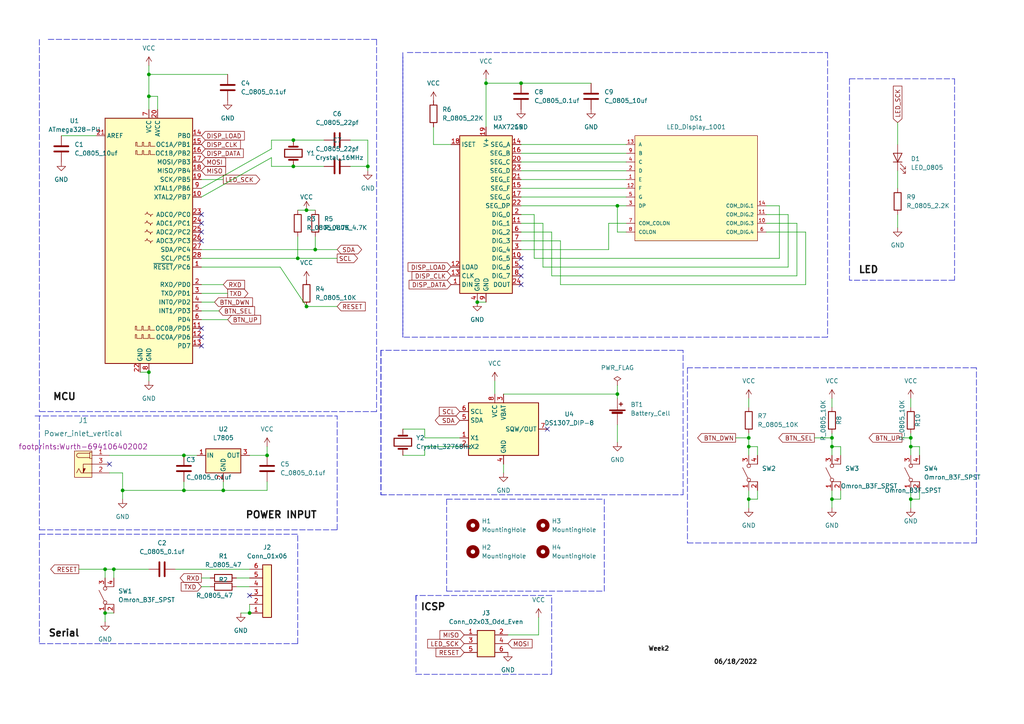
<source format=kicad_sch>
(kicad_sch (version 20211123) (generator eeschema)
  (paper "A4")
  (junction (at 241.3 129.54))
  (junction (at 217.17 144.78))
  (junction (at 179.07 114.3))
  (junction (at 264.16 129.54))
  (junction (at 86.36 74.93))
  (junction (at 140.97 24.13))
  (junction (at 30.48 165.1))
  (junction (at 91.44 72.39))
  (junction (at 77.47 132.08))
  (junction (at 217.17 129.54))
  (junction (at 264.16 144.78))
  (junction (at 35.56 142.24))
  (junction (at 43.18 27.94))
  (junction (at 241.3 127))
  (junction (at 85.09 40.64))
  (junction (at 64.77 142.24))
  (junction (at 53.34 142.24))
  (junction (at 53.34 132.08))
  (junction (at 179.07 59.69))
  (junction (at 43.18 21.59))
  (junction (at 33.02 165.1))
  (junction (at 106.68 48.26))
  (junction (at 151.13 24.13))
  (junction (at 43.18 107.95))
  (junction (at 88.9 60.96))
  (junction (at 72.39 177.8))
  (junction (at 88.9 88.9))
  (junction (at 30.48 177.8))
  (junction (at 138.43 87.63))
  (junction (at 85.09 48.26))
  (junction (at 217.17 127))
  (junction (at 264.16 127))
  (junction (at 241.3 144.78))
  (no_connect (at 58.42 64.77))
  (no_connect (at 31.75 134.62))
  (no_connect (at 72.39 172.72))
  (no_connect (at 151.13 82.55))
  (no_connect (at 58.42 100.33))
  (no_connect (at 151.13 77.47))
  (no_connect (at 58.42 69.85))
  (no_connect (at 151.13 80.01))
  (no_connect (at 58.42 97.79))
  (no_connect (at 151.13 74.93))
  (no_connect (at 158.75 124.46))
  (no_connect (at 58.42 62.23))
  (no_connect (at 58.42 67.31))
  (no_connect (at 58.42 95.25))
  (wire (pts (xy 53.34 132.08) (xy 57.15 132.08)))
  (wire (pts (xy 151.13 54.61) (xy 181.61 54.61)))
  (wire (pts (xy 260.35 66.04) (xy 260.35 62.23)))
  (wire (pts (xy 88.9 60.96) (xy 91.44 60.96)))
  (wire (pts (xy 151.13 46.99) (xy 181.61 46.99)))
  (polyline (pts (xy 118.11 15.24) (xy 240.03 15.24)))
  (wire (pts (xy 222.25 67.31) (xy 233.68 67.31)))
  (polyline (pts (xy 11.43 11.43) (xy 11.43 119.38)))
  (wire (pts (xy 151.13 24.13) (xy 171.45 24.13)))
  (polyline (pts (xy 120.65 172.72) (xy 120.65 195.58)))
  (wire (pts (xy 64.77 142.24) (xy 64.77 139.7)))
  (wire (pts (xy 30.48 180.34) (xy 30.48 177.8)))
  (wire (pts (xy 151.13 59.69) (xy 179.07 59.69)))
  (wire (pts (xy 260.35 54.61) (xy 260.35 49.53)))
  (wire (pts (xy 66.04 85.09) (xy 58.42 85.09)))
  (wire (pts (xy 30.48 177.8) (xy 33.02 177.8)))
  (polyline (pts (xy 129.54 171.45) (xy 175.26 171.45)))
  (wire (pts (xy 72.39 175.26) (xy 72.39 177.8)))
  (wire (pts (xy 123.19 132.08) (xy 123.19 129.54)))
  (wire (pts (xy 31.75 137.16) (xy 35.56 137.16)))
  (wire (pts (xy 43.18 27.94) (xy 43.18 31.75)))
  (polyline (pts (xy 198.12 143.51) (xy 198.12 101.6)))
  (wire (pts (xy 86.36 68.58) (xy 86.36 74.93)))
  (wire (pts (xy 266.7 144.78) (xy 264.16 144.78)))
  (wire (pts (xy 125.73 41.91) (xy 130.81 41.91)))
  (wire (pts (xy 77.47 129.54) (xy 77.47 132.08)))
  (wire (pts (xy 219.71 129.54) (xy 217.17 129.54)))
  (polyline (pts (xy 11.43 120.65) (xy 11.43 153.67)))
  (wire (pts (xy 30.48 165.1) (xy 33.02 165.1)))
  (wire (pts (xy 40.64 107.95) (xy 43.18 107.95)))
  (wire (pts (xy 179.07 111.76) (xy 179.07 114.3)))
  (wire (pts (xy 217.17 144.78) (xy 217.17 142.24)))
  (wire (pts (xy 143.51 110.49) (xy 143.51 114.3)))
  (wire (pts (xy 78.74 43.18) (xy 78.74 40.64)))
  (wire (pts (xy 217.17 115.57) (xy 217.17 118.11)))
  (wire (pts (xy 266.7 142.24) (xy 266.7 144.78)))
  (wire (pts (xy 160.02 80.01) (xy 160.02 67.31)))
  (polyline (pts (xy 110.49 101.6) (xy 110.49 143.51)))
  (wire (pts (xy 233.68 67.31) (xy 233.68 82.55)))
  (wire (pts (xy 58.42 167.64) (xy 60.96 167.64)))
  (polyline (pts (xy 276.86 81.28) (xy 246.38 81.28)))
  (wire (pts (xy 264.16 129.54) (xy 264.16 127)))
  (wire (pts (xy 140.97 22.86) (xy 140.97 24.13)))
  (wire (pts (xy 233.68 82.55) (xy 162.56 82.55)))
  (wire (pts (xy 219.71 142.24) (xy 219.71 144.78)))
  (wire (pts (xy 264.16 115.57) (xy 264.16 118.11)))
  (wire (pts (xy 243.84 132.08) (xy 243.84 129.54)))
  (wire (pts (xy 58.42 170.18) (xy 60.96 170.18)))
  (wire (pts (xy 241.3 129.54) (xy 243.84 129.54)))
  (wire (pts (xy 123.19 129.54) (xy 133.35 129.54)))
  (wire (pts (xy 217.17 129.54) (xy 217.17 127)))
  (wire (pts (xy 43.18 21.59) (xy 66.04 21.59)))
  (wire (pts (xy 176.53 72.39) (xy 151.13 72.39)))
  (wire (pts (xy 58.42 77.47) (xy 81.28 77.47)))
  (wire (pts (xy 151.13 41.91) (xy 181.61 41.91)))
  (wire (pts (xy 260.35 35.56) (xy 260.35 41.91)))
  (wire (pts (xy 33.02 165.1) (xy 43.18 165.1)))
  (wire (pts (xy 58.42 72.39) (xy 91.44 72.39)))
  (polyline (pts (xy 283.21 157.48) (xy 283.21 106.68)))
  (wire (pts (xy 123.19 127) (xy 133.35 127)))
  (wire (pts (xy 243.84 144.78) (xy 241.3 144.78)))
  (wire (pts (xy 22.86 165.1) (xy 30.48 165.1)))
  (wire (pts (xy 116.84 132.08) (xy 123.19 132.08)))
  (wire (pts (xy 30.48 167.64) (xy 30.48 165.1)))
  (wire (pts (xy 162.56 82.55) (xy 162.56 69.85)))
  (wire (pts (xy 146.05 114.3) (xy 179.07 114.3)))
  (wire (pts (xy 236.22 127) (xy 241.3 127)))
  (wire (pts (xy 179.07 128.27) (xy 179.07 123.19)))
  (polyline (pts (xy 240.03 15.24) (xy 240.03 97.79)))
  (wire (pts (xy 217.17 147.32) (xy 217.17 144.78)))
  (wire (pts (xy 125.73 36.83) (xy 125.73 41.91)))
  (wire (pts (xy 264.16 144.78) (xy 264.16 142.24)))
  (wire (pts (xy 101.6 40.64) (xy 106.68 40.64)))
  (wire (pts (xy 138.43 87.63) (xy 140.97 87.63)))
  (wire (pts (xy 181.61 64.77) (xy 176.53 64.77)))
  (wire (pts (xy 217.17 132.08) (xy 217.17 129.54)))
  (wire (pts (xy 53.34 142.24) (xy 64.77 142.24)))
  (wire (pts (xy 241.3 132.08) (xy 241.3 129.54)))
  (wire (pts (xy 241.3 115.57) (xy 241.3 118.11)))
  (polyline (pts (xy 198.12 101.6) (xy 110.49 101.6)))
  (wire (pts (xy 222.25 59.69) (xy 226.06 59.69)))
  (wire (pts (xy 78.74 48.26) (xy 85.09 48.26)))
  (wire (pts (xy 241.3 129.54) (xy 241.3 127)))
  (polyline (pts (xy 246.38 22.86) (xy 246.38 81.28)))
  (wire (pts (xy 31.75 132.08) (xy 53.34 132.08)))
  (wire (pts (xy 179.07 114.3) (xy 179.07 115.57)))
  (wire (pts (xy 266.7 132.08) (xy 266.7 129.54)))
  (wire (pts (xy 64.77 142.24) (xy 77.47 142.24)))
  (wire (pts (xy 154.94 74.93) (xy 154.94 62.23)))
  (wire (pts (xy 181.61 67.31) (xy 179.07 67.31)))
  (wire (pts (xy 53.34 139.7) (xy 53.34 142.24)))
  (wire (pts (xy 261.62 127) (xy 264.16 127)))
  (wire (pts (xy 219.71 144.78) (xy 217.17 144.78)))
  (polyline (pts (xy 13.97 11.43) (xy 109.22 11.43)))
  (polyline (pts (xy 199.39 106.68) (xy 199.39 157.48)))
  (wire (pts (xy 64.77 82.55) (xy 58.42 82.55)))
  (wire (pts (xy 213.36 127) (xy 217.17 127)))
  (wire (pts (xy 266.7 129.54) (xy 264.16 129.54)))
  (wire (pts (xy 85.09 48.26) (xy 93.98 48.26)))
  (wire (pts (xy 91.44 72.39) (xy 97.79 72.39)))
  (wire (pts (xy 151.13 64.77) (xy 157.48 64.77)))
  (polyline (pts (xy 110.49 101.6) (xy 110.49 143.51)))
  (wire (pts (xy 69.85 177.8) (xy 72.39 177.8)))
  (wire (pts (xy 78.74 40.64) (xy 85.09 40.64)))
  (polyline (pts (xy 120.65 195.58) (xy 160.02 195.58)))
  (wire (pts (xy 17.78 39.37) (xy 27.94 39.37)))
  (wire (pts (xy 68.58 167.64) (xy 72.39 167.64)))
  (wire (pts (xy 116.84 124.46) (xy 123.19 124.46)))
  (wire (pts (xy 78.74 45.72) (xy 78.74 48.26)))
  (wire (pts (xy 147.32 184.15) (xy 156.21 184.15)))
  (wire (pts (xy 226.06 59.69) (xy 226.06 74.93)))
  (wire (pts (xy 241.3 127) (xy 241.3 125.73)))
  (wire (pts (xy 58.42 74.93) (xy 86.36 74.93)))
  (wire (pts (xy 64.77 52.07) (xy 58.42 52.07)))
  (wire (pts (xy 154.94 62.23) (xy 151.13 62.23)))
  (wire (pts (xy 217.17 127) (xy 217.17 125.73)))
  (polyline (pts (xy 116.84 15.24) (xy 116.84 97.79)))
  (wire (pts (xy 43.18 110.49) (xy 43.18 107.95)))
  (wire (pts (xy 106.68 48.26) (xy 106.68 49.53)))
  (wire (pts (xy 35.56 144.78) (xy 35.56 142.24)))
  (polyline (pts (xy 120.65 172.72) (xy 120.65 173.99)))
  (wire (pts (xy 66.04 92.71) (xy 58.42 92.71)))
  (wire (pts (xy 222.25 64.77) (xy 231.14 64.77)))
  (wire (pts (xy 43.18 19.05) (xy 43.18 21.59)))
  (wire (pts (xy 45.72 27.94) (xy 45.72 31.75)))
  (wire (pts (xy 241.3 147.32) (xy 241.3 144.78)))
  (polyline (pts (xy 10.16 120.65) (xy 97.79 120.65)))
  (wire (pts (xy 123.19 124.46) (xy 123.19 127)))
  (wire (pts (xy 156.21 179.07) (xy 156.21 184.15)))
  (wire (pts (xy 43.18 27.94) (xy 45.72 27.94)))
  (wire (pts (xy 231.14 80.01) (xy 160.02 80.01)))
  (polyline (pts (xy 110.49 143.51) (xy 198.12 143.51)))
  (wire (pts (xy 77.47 132.08) (xy 72.39 132.08)))
  (wire (pts (xy 63.5 90.17) (xy 58.42 90.17)))
  (wire (pts (xy 264.16 147.32) (xy 264.16 144.78)))
  (wire (pts (xy 62.23 87.63) (xy 58.42 87.63)))
  (polyline (pts (xy 86.36 186.69) (xy 86.36 154.94)))
  (polyline (pts (xy 110.49 143.51) (xy 111.76 143.51)))
  (polyline (pts (xy 11.43 186.69) (xy 86.36 186.69)))
  (wire (pts (xy 146.05 137.16) (xy 146.05 134.62)))
  (wire (pts (xy 50.8 165.1) (xy 72.39 165.1)))
  (wire (pts (xy 264.16 132.08) (xy 264.16 129.54)))
  (polyline (pts (xy 116.84 16.51) (xy 116.84 97.79)))
  (wire (pts (xy 85.09 40.64) (xy 93.98 40.64)))
  (wire (pts (xy 101.6 48.26) (xy 106.68 48.26)))
  (wire (pts (xy 151.13 44.45) (xy 181.61 44.45)))
  (wire (pts (xy 219.71 132.08) (xy 219.71 129.54)))
  (polyline (pts (xy 129.54 144.78) (xy 175.26 144.78)))
  (wire (pts (xy 106.68 40.64) (xy 106.68 48.26)))
  (wire (pts (xy 228.6 77.47) (xy 228.6 62.23)))
  (polyline (pts (xy 160.02 195.58) (xy 160.02 172.72)))
  (wire (pts (xy 264.16 127) (xy 264.16 125.73)))
  (wire (pts (xy 140.97 24.13) (xy 151.13 24.13)))
  (wire (pts (xy 58.42 57.15) (xy 78.74 45.72)))
  (wire (pts (xy 157.48 77.47) (xy 228.6 77.47)))
  (wire (pts (xy 176.53 64.77) (xy 176.53 72.39)))
  (polyline (pts (xy 199.39 157.48) (xy 283.21 157.48)))
  (wire (pts (xy 151.13 49.53) (xy 181.61 49.53)))
  (polyline (pts (xy 109.22 119.38) (xy 11.43 119.38)))
  (wire (pts (xy 151.13 52.07) (xy 181.61 52.07)))
  (wire (pts (xy 35.56 142.24) (xy 53.34 142.24)))
  (wire (pts (xy 162.56 69.85) (xy 151.13 69.85)))
  (wire (pts (xy 241.3 144.78) (xy 241.3 142.24)))
  (wire (pts (xy 228.6 62.23) (xy 222.25 62.23)))
  (wire (pts (xy 140.97 24.13) (xy 140.97 36.83)))
  (wire (pts (xy 179.07 59.69) (xy 181.61 59.69)))
  (wire (pts (xy 33.02 167.64) (xy 33.02 165.1)))
  (wire (pts (xy 86.36 60.96) (xy 88.9 60.96)))
  (polyline (pts (xy 283.21 106.68) (xy 199.39 106.68)))
  (polyline (pts (xy 129.54 144.78) (xy 129.54 171.45)))
  (polyline (pts (xy 11.43 154.94) (xy 11.43 186.69)))
  (wire (pts (xy 160.02 67.31) (xy 151.13 67.31)))
  (polyline (pts (xy 97.79 153.67) (xy 97.79 120.65)))
  (wire (pts (xy 91.44 68.58) (xy 91.44 72.39)))
  (wire (pts (xy 88.9 88.9) (xy 97.79 88.9)))
  (wire (pts (xy 151.13 57.15) (xy 181.61 57.15)))
  (wire (pts (xy 35.56 137.16) (xy 35.56 142.24)))
  (wire (pts (xy 157.48 64.77) (xy 157.48 77.47)))
  (wire (pts (xy 231.14 64.77) (xy 231.14 80.01)))
  (polyline (pts (xy 160.02 172.72) (xy 120.65 172.72)))
  (polyline (pts (xy 11.43 154.94) (xy 86.36 154.94)))
  (polyline (pts (xy 276.86 22.86) (xy 276.86 81.28)))
  (polyline (pts (xy 246.38 22.86) (xy 276.86 22.86)))
  (polyline (pts (xy 175.26 171.45) (xy 175.26 144.78)))
  (wire (pts (xy 43.18 21.59) (xy 43.18 27.94)))
  (wire (pts (xy 86.36 74.93) (xy 97.79 74.93)))
  (polyline (pts (xy 240.03 97.79) (xy 116.84 97.79)))
  (polyline (pts (xy 11.43 153.67) (xy 97.79 153.67)))
  (wire (pts (xy 77.47 142.24) (xy 77.47 139.7)))
  (wire (pts (xy 243.84 142.24) (xy 243.84 144.78)))
  (wire (pts (xy 88.9 88.9) (xy 81.28 77.47)))
  (wire (pts (xy 226.06 74.93) (xy 154.94 74.93)))
  (wire (pts (xy 179.07 67.31) (xy 179.07 59.69)))
  (polyline (pts (xy 109.22 11.43) (xy 109.22 119.38)))
  (wire (pts (xy 58.42 54.61) (xy 78.74 43.18)))
  (wire (pts (xy 68.58 170.18) (xy 72.39 170.18)))
  (label "Serial" (at 13.97 185.42 0) (effects (font (size 2 2) bold)))
  (label "LED" (at 248.92 80.01 0) (effects (font (size 2 2) bold)))
  (label "06{slash}18{slash}2022" (at 207.01 193.04 0) (effects (font bold)))
  (label "ICSP" (at 121.92 177.8 0) (effects (font (size 2 2) (thickness 0.4) bold)))
  (label "POWER INPUT" (at 71.12 151.13 0) (effects (font (size 2 2) bold)))
  (label "MCU" (at 15.24 116.84 0) (effects (font (size 2 2) (thickness 0.4) bold)))
  (label "Week2" (at 187.96 189.23 0) (effects (font bold)))
  (global_label "LED_SCK" (shape input) (at 260.35 35.56 90) (property "Intersheet References" "${INTERSHEET_REFS}" (effects hide)))
  (global_label "SCL" (shape output) (at 97.79 74.93 0) (property "Intersheet References" "${INTERSHEET_REFS}" (effects hide)))
  (global_label "SDA" (shape bidirectional) (at 97.79 72.39 0) (property "Intersheet References" "${INTERSHEET_REFS}" (effects hide)))
  (global_label "RESET" (shape input) (at 134.62 189.23 180) (property "Intersheet References" "${INTERSHEET_REFS}" (effects hide)))
  (global_label "BTN_DWN" (shape input) (at 62.23 87.63 0) (property "Intersheet References" "${INTERSHEET_REFS}" (effects hide)))
  (global_label "BTN_DWN" (shape output) (at 213.36 127 180) (property "Intersheet References" "${INTERSHEET_REFS}" (effects hide)))
  (global_label "LED_SCK" (shape input) (at 134.62 186.69 180) (property "Intersheet References" "${INTERSHEET_REFS}" (effects hide)))
  (global_label "BTN_UP" (shape output) (at 261.62 127 180) (property "Intersheet References" "${INTERSHEET_REFS}" (effects hide)))
  (global_label "DISP_DATA" (shape input) (at 130.81 82.55 180) (property "Intersheet References" "${INTERSHEET_REFS}" (effects hide)))
  (global_label "TXD" (shape input) (at 58.42 170.18 180) (property "Intersheet References" "${INTERSHEET_REFS}" (effects hide)))
  (global_label "RESET" (shape output) (at 22.86 165.1 180) (property "Intersheet References" "${INTERSHEET_REFS}" (effects hide)))
  (global_label "DISP_LOAD" (shape input) (at 58.42 39.37 0) (property "Intersheet References" "${INTERSHEET_REFS}" (effects hide)))
  (global_label "DISP_DATA" (shape input) (at 58.42 44.45 0) (property "Intersheet References" "${INTERSHEET_REFS}" (effects hide)))
  (global_label "MOSI" (shape input) (at 147.32 186.69 0) (property "Intersheet References" "${INTERSHEET_REFS}" (effects hide)))
  (global_label "BTN_SEL" (shape output) (at 236.22 127 180) (property "Intersheet References" "${INTERSHEET_REFS}" (effects hide)))
  (global_label "SCL" (shape input) (at 133.35 119.38 180) (property "Intersheet References" "${INTERSHEET_REFS}" (effects hide)))
  (global_label "DISP_CLK" (shape input) (at 130.81 80.01 180) (property "Intersheet References" "${INTERSHEET_REFS}" (effects hide)))
  (global_label "LED_SCK" (shape output) (at 64.77 52.07 0) (property "Intersheet References" "${INTERSHEET_REFS}" (effects hide)))
  (global_label "MISO" (shape input) (at 58.42 49.53 0) (property "Intersheet References" "${INTERSHEET_REFS}" (effects hide)))
  (global_label "RESET" (shape input) (at 97.79 88.9 0) (property "Intersheet References" "${INTERSHEET_REFS}" (effects hide)))
  (global_label "TXD" (shape output) (at 66.04 85.09 0) (property "Intersheet References" "${INTERSHEET_REFS}" (effects hide)))
  (global_label "BTN_SEL" (shape input) (at 63.5 90.17 0) (property "Intersheet References" "${INTERSHEET_REFS}" (effects hide)))
  (global_label "MISO" (shape input) (at 134.62 184.15 180) (property "Intersheet References" "${INTERSHEET_REFS}" (effects hide)))
  (global_label "SDA" (shape bidirectional) (at 133.35 121.92 180) (property "Intersheet References" "${INTERSHEET_REFS}" (effects hide)))
  (global_label "DISP_LOAD" (shape input) (at 130.81 77.47 180) (property "Intersheet References" "${INTERSHEET_REFS}" (effects hide)))
  (global_label "BTN_UP" (shape input) (at 66.04 92.71 0) (property "Intersheet References" "${INTERSHEET_REFS}" (effects hide)))
  (global_label "MOSI" (shape input) (at 58.42 46.99 0) (property "Intersheet References" "${INTERSHEET_REFS}" (effects hide)))
  (global_label "RXD" (shape output) (at 58.42 167.64 180) (property "Intersheet References" "${INTERSHEET_REFS}" (effects hide)))
  (global_label "DISP_CLK" (shape input) (at 58.42 41.91 0) (property "Intersheet References" "${INTERSHEET_REFS}" (effects hide)))
  (global_label "RXD" (shape input) (at 64.77 82.55 0) (property "Intersheet References" "${INTERSHEET_REFS}" (effects hide)))
  (symbol (lib_id "HPS:MAX7219") (at 140.97 62.23 0) (unit 1)
    (property "Reference" "U3" (at 142.9894 34.29 0) (effects (justify left)))
    (property "Value" "MAX7219" (at 142.9894 36.83 0) (effects (justify left)))
    (property "Footprint" "footprints:DIP-24_W7.62mm" (effects hide))
    (property "Datasheet" "https://datasheets.maximintegrated.com/en/ds/MAX7219-MAX7221.pdf" (effects hide))
    (property "MFG" "On Shore Technology Inc." (effects hide))
    (property "MPN" "ED241DT" (effects hide))
    (property "Digikey PN" "ED3049-5-ND" (effects hide))
    (property "Mouser PN" "N/A" (effects hide))
  )
  (symbol (lib_id "HPS:R_0805_4.7K") (at 86.36 64.77 0) (unit 1)
    (property "Reference" "R3" (at 88.9 63.4999 0) (effects (justify left)))
    (property "Value" "R_0805_4.7K" (at 88.9 66.0399 0) (effects (justify left)))
    (property "Footprint" "footprints:R_0805_2012Metric" (effects hide))
    (property "Datasheet" "https://www.digikey.com/en/products/detail/yageo/RC0805FR-074K7L/727929" (effects hide))
    (property "MFG" "Yageo" (effects hide))
    (property "MPN" "RC0805FR-074K7L" (effects hide))
    (property "Digikey PN" "311-4.70KCRCT-ND" (effects hide))
    (property "Mouser PN" "N/A" (effects hide))
    (property "Power" "N/A" (effects hide))
    (property "Tolerance" "N/A" (effects hide))
  )
  (symbol (lib_id "HPS:LED_Display_1001") (at 224.79 59.69 0) (mirror y) (unit 1)
    (property "Reference" "DS1" (at 201.93 34.29 0))
    (property "Value" "LED_Display_1001" (at 201.93 36.83 0))
    (property "Footprint" "footprints:Adafruit-1001-0-0-MFG" (effects hide))
    (property "Datasheet" "https://cdn-shop.adafruit.com/datasheets/1001datasheet.pdf" (effects hide))
    (property "automotive" "No" (effects hide))
    (property "category" "Disp" (effects hide))
    (property "device class L1" "Optoelectronics" (effects hide))
    (property "device class L2" "Displays" (effects hide))
    (property "device class L3" "LED Displays" (effects hide))
    (property "digikey description" "WHITE 7-SEGMENT CLOCK DISPLAY" (effects hide))
    (property "digikey part number" "1528-1513-ND" (effects hide))
    (property "display type" "LED" (effects hide))
    (property "element config" "Common Cathode" (effects hide))
    (property "forward current" "20mA" (effects hide))
    (property "forward voltage" "3.2V" (effects hide))
    (property "height" "8.25mm" (effects hide))
    (property "lead free" "Yes" (effects hide))
    (property "library id" "a002f1a2b35db532" (effects hide))
    (property "luminous intensity" "30mcd" (effects hide))
    (property "manufacturer" "Adafruit" (effects hide))
    (property "mouser description" "Adafruit Accessories White 7-segment Clock Display" (effects hide))
    (property "mouser part number" "485-1001" (effects hide))
    (property "package" "PTH_50MM2_19MM0" (effects hide))
    (property "power dissipation" "100mW" (effects hide))
    (property "reverse voltage" "5V" (effects hide))
    (property "rohs" "Yes" (effects hide))
    (property "temperature range high" "+80°C" (effects hide))
    (property "temperature range low" "-40°C" (effects hide))
    (property "test current" "20mA" (effects hide))
    (property "MFG" "Adafruit Industries LLC" (effects hide))
    (property "MPN" "1001" (effects hide))
    (property "Digikey PN" "1528-1513-ND" (effects hide))
    (property "Mouser PN" "N/A" (effects hide))
  )
  (symbol (lib_id "HPS:C_0805_10uf") (at 17.78 43.18 0) (unit 1)
    (property "Reference" "C1" (at 21.59 41.9099 0) (effects (justify left)))
    (property "Value" "C_0805_10uf" (at 21.59 44.4499 0) (effects (justify left)))
    (property "Footprint" "footprints:C_0805_2012Metric" (effects hide))
    (property "Datasheet" "https://search.murata.co.jp/Ceramy/image/img/A01X/G101/ENG/GRM21BR61E106KA73-01.pdf" (effects hide))
    (property "MFG" "Murata Electronics" (effects hide))
    (property "MPN" "GRM21BR61E106KA73L" (effects hide))
    (property "Digikey PN" "490-5523-1-ND" (effects hide))
    (property "Mouser PN" "N/A" (effects hide))
    (property "Voltage" "N/A" (effects hide))
    (property "Dielectric" "N/A" (effects hide))
    (property "Tolerance" "N/A" (effects hide))
  )
  (symbol (lib_id "HPS:Omron_B3F_SPST") (at 264.16 137.16 90) (unit 1)
    (property "Reference" "SW4" (at 267.97 135.8899 90) (effects (justify right)))
    (property "Value" "Omron_B3F_SPST" (at 267.97 138.4299 90) (effects (justify right)))
    (property "Footprint" "footprints:SW_SPST_Omron_B3FS-100xP" (effects hide))
    (property "Datasheet" "https://omronfs.omron.com/en_US/ecb/products/pdf/en-b3fs.pdf" (effects hide))
    (property "MFG" "Omron Electronics Inc-EMC Div" (effects hide))
    (property "MPN" "B3FS-1000P" (effects hide))
    (property "Digikey PN" "SW423CT-ND" (effects hide))
    (property "Mouser PN" "N/A" (effects hide))
  )
  (symbol (lib_id "HPS:GND") (at 260.35 66.04 0) (unit 1)
    (property "Reference" "#PWR026" (effects hide))
    (property "Value" "GND" (at 260.35 71.12 0))
  )
  (symbol (lib_id "HPS:PWR_FLAG") (at 179.07 111.76 0) (unit 1)
    (property "Reference" "#FLG01" (effects hide))
    (property "Value" "PWR_FLAG" (at 179.07 106.68 0))
  )
  (symbol (lib_id "HPS:Battery_Cell") (at 179.07 120.65 0) (unit 1)
    (property "Reference" "BT1" (at 182.88 117.3479 0) (effects (justify left)))
    (property "Value" "Battery_Cell" (at 182.88 119.8879 0) (effects (justify left)))
    (property "Footprint" "footprints:BatteryHolder_Keystone_106_1x20mm" (effects hide))
    (property "Datasheet" "https://media.digikey.com/pdf/Data%20Sheets/Memory%20Protection%20PDFs/Coin_Cell_Guide.pdf" (effects hide))
    (property "MFG" "MPD (Memory Protection Devices)" (effects hide))
    (property "MPN" "BS-7" (effects hide))
    (property "Digikey PN" "BS-7-ND" (effects hide))
    (property "Mouser PN" "N/A" (effects hide))
  )
  (symbol (lib_id "HPS:R_0805_2.2K") (at 260.35 58.42 0) (unit 1)
    (property "Reference" "R9" (at 262.89 57.1499 0) (effects (justify left)))
    (property "Value" "R_0805_2.2K" (at 262.89 59.6899 0) (effects (justify left)))
    (property "Footprint" "footprints:R_0805_2012Metric" (effects hide))
    (property "Datasheet" "https://www.digikey.com/en/products/detail/yageo/RC0805FR-072K2L/727676" (effects hide))
    (property "MFG" "N/A" (effects hide))
    (property "MPN" "N/A" (effects hide))
    (property "Digikey PN" "311-2.20KCRCT-ND" (effects hide))
    (property "Mouser PN" "N/A" (effects hide))
    (property "Power" "N/A" (effects hide))
    (property "Tolerance" "N/A" (effects hide))
  )
  (symbol (lib_id "HPS:VCC") (at 43.18 19.05 0) (unit 1)
    (property "Reference" "#PWR04" (effects hide))
    (property "Value" "VCC" (at 43.18 13.97 0))
  )
  (symbol (lib_id "HPS:GND") (at 43.18 110.49 0) (unit 1)
    (property "Reference" "#PWR05" (effects hide))
    (property "Value" "GND" (at 43.18 115.57 0))
  )
  (symbol (lib_id "HPS:C_0805_0.1uf") (at 66.04 25.4 0) (unit 1)
    (property "Reference" "C4" (at 69.85 24.1299 0) (effects (justify left)))
    (property "Value" "C_0805_0.1uf" (at 69.85 26.6699 0) (effects (justify left)))
    (property "Footprint" "footprints:C_0805_2012Metric" (effects hide))
    (property "Datasheet" "https://datasheets.avx.com/X7RDielectric.pdf" (effects hide))
    (property "MFG" "AVX Corporation" (effects hide))
    (property "MPN" "08055C104KAT2A" (effects hide))
    (property "Digikey PN" "478-1395-1-ND" (effects hide))
    (property "Mouser PN" "N/A" (effects hide))
    (property "Voltage" "N/A" (effects hide))
    (property "Dielectric" "N/A" (effects hide))
    (property "Tolerance" "N/A" (effects hide))
  )
  (symbol (lib_id "HPS:GND") (at 138.43 87.63 0) (unit 1)
    (property "Reference" "#PWR013" (effects hide))
    (property "Value" "GND" (at 138.43 92.71 0))
  )
  (symbol (lib_id "HPS:VCC") (at 156.21 179.07 0) (unit 1)
    (property "Reference" "#PWR019" (effects hide))
    (property "Value" "VCC" (at 156.21 173.99 0))
  )
  (symbol (lib_id "HPS:Crystal_32768Hz") (at 116.84 128.27 90) (unit 1)
    (property "Reference" "Y2" (at 120.65 126.9999 90) (effects (justify right)))
    (property "Value" "Crystal_32768Hz" (at 120.65 129.5399 90) (effects (justify right)))
    (property "Footprint" "footprints:Crystal_SMD_2Pin_3.2x1.5mm" (effects hide))
    (property "Datasheet" "https://www.jauch.com/downloadfile/57fde22d50dbf_d3c203011c87952f2834/jtx310-auto-2-210512.pdf" (effects hide))
    (property "MFG" "Jauch Quartz" (effects hide))
    (property "MPN" "Q 0,032768-JTX310-12,5-20-T1-HMR-50K-LF" (effects hide))
    (property "Digikey PN" "1908-1314-1-ND" (effects hide))
    (property "Mouser PN" "N/A" (effects hide))
  )
  (symbol (lib_id "HPS:MountingHole") (at 157.48 152.4 0) (unit 1)
    (property "Reference" "H3" (at 160.02 151.1299 0) (effects (justify left)))
    (property "Value" "MountingHole" (at 160.02 153.6699 0) (effects (justify left)))
    (property "Footprint" "footprints:MountingHole_3.2mm_M3" (effects hide))
  )
  (symbol (lib_id "HPS:Conn_02x03_Odd_Even") (at 140.97 187.96 0) (unit 1)
    (property "Reference" "J3" (at 140.97 177.8 0))
    (property "Value" "Conn_02x03_Odd_Even" (at 140.97 180.34 0))
    (property "Footprint" "footprints:PinHeader_2x03_P2.54mm_Vertical" (effects hide))
    (property "Datasheet" "https://drawings-pdf.s3.amazonaws.com/11636.pdf" (effects hide))
    (property "MFG" "Sullins Connector Solutions" (effects hide))
    (property "MPN" "PRPC003DAAN-RC" (effects hide))
    (property "Digikey PN" "S2011EC-03-ND" (effects hide))
    (property "Mouser PN" "N/A" (effects hide))
  )
  (symbol (lib_id "HPS:VCC") (at 125.73 29.21 0) (unit 1)
    (property "Reference" "#PWR012" (effects hide))
    (property "Value" "VCC" (at 125.73 24.13 0))
  )
  (symbol (lib_id "HPS:MountingHole") (at 137.16 152.4 0) (unit 1)
    (property "Reference" "H1" (at 139.7 151.1299 0) (effects (justify left)))
    (property "Value" "MountingHole" (at 139.7 153.6699 0) (effects (justify left)))
    (property "Footprint" "footprints:MountingHole_3.2mm_M3" (effects hide))
  )
  (symbol (lib_id "HPS:L7805") (at 64.77 132.08 0) (unit 1)
    (property "Reference" "U2" (at 64.77 124.46 0))
    (property "Value" "L7805" (at 64.77 127 0))
    (property "Footprint" "footprints:TO-252-2" (effects hide))
    (property "Datasheet" "http://www.st.com/content/ccc/resource/technical/document/datasheet/41/4f/b3/b0/12/d4/47/88/CD00000444.pdf/files/CD00000444.pdf/jcr:content/translations/en.CD00000444.pdf" (effects hide))
    (property "Digikey PN" "497-7255-1-ND" (effects hide))
    (property "MPN" "L7805CDT-TR" (effects hide))
    (property "MFG" "STMicroelectronics" (effects hide))
  )
  (symbol (lib_id "HPS:GND") (at 217.17 147.32 0) (unit 1)
    (property "Reference" "#PWR023" (effects hide))
    (property "Value" "GND" (at 217.17 152.4 0))
  )
  (symbol (lib_id "HPS:GND") (at 17.78 46.99 0) (unit 1)
    (property "Reference" "#PWR01" (effects hide))
    (property "Value" "GND" (at 17.78 52.07 0))
  )
  (symbol (lib_id "HPS:VCC") (at 217.17 115.57 0) (unit 1)
    (property "Reference" "#PWR022" (effects hide))
    (property "Value" "VCC" (at 217.17 110.49 0))
  )
  (symbol (lib_id "HPS:Conn_01x06") (at 77.47 172.72 0) (mirror x) (unit 1)
    (property "Reference" "J2" (at 77.47 158.75 0))
    (property "Value" "Conn_01x06" (at 77.47 161.29 0))
    (property "Footprint" "footprints:PinHeader_1x06_P2.54mm_Vertical" (effects hide))
    (property "Datasheet" "https://www.we-online.de/katalog/datasheet/6130xx11121.pdf" (effects hide))
    (property "MFG" "Würth Elektronik" (effects hide))
    (property "MPN" "61300611121" (effects hide))
    (property "Digikey PN" "732-5319-ND" (effects hide))
    (property "Mouser PN" "N/A" (effects hide))
  )
  (symbol (lib_id "HPS:GND") (at 147.32 189.23 0) (unit 1)
    (property "Reference" "#PWR017" (effects hide))
    (property "Value" "GND" (at 147.32 194.31 0))
  )
  (symbol (lib_id "HPS:GND") (at 171.45 31.75 0) (unit 1)
    (property "Reference" "#PWR020" (effects hide))
    (property "Value" "GND" (at 171.45 36.83 0))
  )
  (symbol (lib_id "HPS:VCC") (at 88.9 81.28 0) (unit 1)
    (property "Reference" "#PWR010" (effects hide))
    (property "Value" "VCC" (at 88.9 76.2 0))
  )
  (symbol (lib_id "HPS:C_0805_0.1uf") (at 151.13 27.94 180) (unit 1)
    (property "Reference" "C8" (at 154.94 26.6699 0) (effects (justify right)))
    (property "Value" "C_0805_0.1uf" (at 154.94 29.2099 0) (effects (justify right)))
    (property "Footprint" "footprints:C_0805_2012Metric" (effects hide))
    (property "Datasheet" "https://datasheets.avx.com/X7RDielectric.pdf" (effects hide))
    (property "MFG" "AVX Corporation" (effects hide))
    (property "MPN" "08055C104KAT2A" (effects hide))
    (property "Digikey PN" "478-1395-1-ND" (effects hide))
    (property "Mouser PN" "N/A" (effects hide))
    (property "Voltage" "N/A" (effects hide))
    (property "Dielectric" "N/A" (effects hide))
    (property "Tolerance" "N/A" (effects hide))
  )
  (symbol (lib_id "HPS:GND") (at 241.3 147.32 0) (unit 1)
    (property "Reference" "#PWR025" (effects hide))
    (property "Value" "GND" (at 241.3 152.4 0))
  )
  (symbol (lib_id "HPS:R_0805_10K") (at 264.16 121.92 0) (unit 1)
    (property "Reference" "R10" (at 266.192 121.92 90))
    (property "Value" "R_0805_10K" (at 261.62 121.92 90))
    (property "Footprint" "footprints:R_0805_2012Metric" (effects hide))
    (property "Datasheet" "https://www.digikey.com/en/products/detail/yageo/RC0805FR-0710KL/727535" (effects hide))
    (property "MFG" "Yageo" (effects hide))
    (property "MPN" "RC0805FR-0710KL" (effects hide))
    (property "Digikey PN" "311-10.0KCRCT-ND" (effects hide))
    (property "Mouser PN" "N/A" (effects hide))
    (property "Power" "N/A" (effects hide))
    (property "Tolerance" "N/A" (effects hide))
  )
  (symbol (lib_id "HPS:Omron_B3F_SPST") (at 241.3 137.16 90) (unit 1)
    (property "Reference" "SW3" (at 245.11 135.8899 90) (effects (justify right)))
    (property "Value" "Omron_B3F_SPST" (at 256.54 142.2399 90) (effects (justify right)))
    (property "Footprint" "footprints:SW_SPST_Omron_B3FS-100xP" (effects hide))
    (property "Datasheet" "https://omronfs.omron.com/en_US/ecb/products/pdf/en-b3fs.pdf" (effects hide))
    (property "MFG" "Omron Electronics Inc-EMC Div" (effects hide))
    (property "MPN" "B3FS-1000P" (effects hide))
    (property "Digikey PN" "SW423CT-ND" (effects hide))
    (property "Mouser PN" "N/A" (effects hide))
  )
  (symbol (lib_id "HPS:VCC") (at 241.3 115.57 0) (unit 1)
    (property "Reference" "#PWR024" (effects hide))
    (property "Value" "VCC" (at 241.3 110.49 0))
  )
  (symbol (lib_id "HPS:DS1307_DIP-8") (at 146.05 124.46 0) (unit 1)
    (property "Reference" "U4" (at 165.1 120.1293 0))
    (property "Value" "DS1307_DIP-8" (at 165.1 122.6693 0))
    (property "Footprint" "footprints:DIP-8_W7.62mm" (effects hide))
    (property "Datasheet" "https://datasheets.maximintegrated.com/en/ds/DS1307.pdf" (effects hide))
    (property "MFG" "Assmann WSW Components" (effects hide))
    (property "MPN" "A 08-LC-TT" (effects hide))
    (property "Digikey PN" "AE9986-ND" (effects hide))
    (property "Mouser PN" "N/A" (effects hide))
  )
  (symbol (lib_id "HPS:VCC") (at 77.47 129.54 0) (unit 1)
    (property "Reference" "#PWR08" (effects hide))
    (property "Value" "VCC" (at 77.47 124.46 0))
  )
  (symbol (lib_id "HPS:GND") (at 69.85 177.8 0) (unit 1)
    (property "Reference" "#PWR07" (effects hide))
    (property "Value" "GND" (at 69.85 182.88 0))
  )
  (symbol (lib_id "HPS:GND") (at 30.48 180.34 0) (unit 1)
    (property "Reference" "#PWR02" (effects hide))
    (property "Value" "GND" (at 30.48 185.42 0))
  )
  (symbol (lib_id "HPS:R_0805_10K") (at 217.17 121.92 0) (unit 1)
    (property "Reference" "R7" (at 219.71 120.6499 0) (effects (justify left)))
    (property "Value" "R_0805_10K" (at 219.71 123.19 0) (effects (justify left)))
    (property "Footprint" "footprints:R_0805_2012Metric" (effects hide))
    (property "Datasheet" "https://www.digikey.com/en/products/detail/yageo/RC0805FR-0710KL/727535" (effects hide))
    (property "MFG" "Yageo" (effects hide))
    (property "MPN" "RC0805FR-0710KL" (effects hide))
    (property "Digikey PN" "311-10.0KCRCT-ND" (effects hide))
    (property "Mouser PN" "N/A" (effects hide))
    (property "Power" "N/A" (effects hide))
    (property "Tolerance" "N/A" (effects hide))
  )
  (symbol (lib_id "HPS:R_0805_10K") (at 241.3 121.92 0) (unit 1)
    (property "Reference" "R8" (at 243.332 121.92 90))
    (property "Value" "R_0805_10K" (at 238.76 121.92 90))
    (property "Footprint" "footprints:R_0805_2012Metric" (effects hide))
    (property "Datasheet" "https://www.digikey.com/en/products/detail/yageo/RC0805FR-0710KL/727535" (effects hide))
    (property "MFG" "Yageo" (effects hide))
    (property "MPN" "RC0805FR-0710KL" (effects hide))
    (property "Digikey PN" "311-10.0KCRCT-ND" (effects hide))
    (property "Mouser PN" "N/A" (effects hide))
    (property "Power" "N/A" (effects hide))
    (property "Tolerance" "N/A" (effects hide))
  )
  (symbol (lib_id "HPS:R_0805_10K") (at 88.9 85.09 0) (unit 1)
    (property "Reference" "R4" (at 91.44 83.8199 0) (effects (justify left)))
    (property "Value" "R_0805_10K" (at 91.44 86.3599 0) (effects (justify left)))
    (property "Footprint" "footprints:R_0805_2012Metric" (effects hide))
    (property "Datasheet" "https://www.digikey.com/en/products/detail/yageo/RC0805FR-0710KL/727535" (effects hide))
    (property "MFG" "Yageo" (effects hide))
    (property "MPN" "RC0805FR-0710KL" (effects hide))
    (property "Digikey PN" "311-10.0KCRCT-ND" (effects hide))
    (property "Mouser PN" "N/A" (effects hide))
    (property "Power" "N/A" (effects hide))
    (property "Tolerance" "N/A" (effects hide))
  )
  (symbol (lib_id "HPS:R_0805_4.7K") (at 91.44 64.77 0) (unit 1)
    (property "Reference" "R5" (at 93.98 63.4999 0) (effects (justify left)))
    (property "Value" "R_0805_4.7K" (at 93.98 66.0399 0) (effects (justify left)))
    (property "Footprint" "footprints:R_0805_2012Metric" (effects hide))
    (property "Datasheet" "https://www.digikey.com/en/products/detail/yageo/RC0805FR-074K7L/727929" (effects hide))
    (property "MFG" "Yageo" (effects hide))
    (property "MPN" "RC0805FR-074K7L" (effects hide))
    (property "Digikey PN" "311-4.70KCRCT-ND" (effects hide))
    (property "Mouser PN" "N/A" (effects hide))
    (property "Power" "N/A" (effects hide))
    (property "Tolerance" "N/A" (effects hide))
  )
  (symbol (lib_id "HPS:C_0805_22pf") (at 97.79 48.26 90) (unit 1)
    (property "Reference" "C7" (at 97.79 40.64 90))
    (property "Value" "C_0805_22pf" (at 97.79 43.18 90))
    (property "Footprint" "footprints:C_0805_2012Metric" (effects hide))
    (property "Datasheet" "https://www.yageo.com/upload/media/product/productsearch/datasheet/mlcc/UPY-GP_NP0_16V-to-50V_18.pdf" (effects hide))
    (property "MFG" "Yageo" (effects hide))
    (property "MPN" "CC0805JRNPO9BN220" (effects hide))
    (property "Digikey PN" "311-1103-1-ND" (effects hide))
    (property "Mouser PN" "N/A" (effects hide))
    (property "Voltage" "N/A" (effects hide))
    (property "Dielectric" "N/A" (effects hide))
    (property "Tolerance" "N/A" (effects hide))
  )
  (symbol (lib_id "HPS:R_0805_47") (at 64.77 170.18 90) (unit 1)
    (property "Reference" "R2" (at 64.77 168.148 90))
    (property "Value" "R_0805_47" (at 62.23 172.72 90))
    (property "Footprint" "footprints:R_0805_2012Metric" (effects hide))
    (property "Datasheet" "https://www.digikey.com/en/products/detail/yageo/RC0805FR-0747RL/727972" (effects hide))
    (property "MFG" "Yageo" (effects hide))
    (property "Digikey PN" "RC0805FR-0747RL " (effects hide))
    (property "Mouser PN" "N/A" (effects hide))
    (property "Power" "N/A" (effects hide))
    (property "Tolerance" "N/A" (effects hide))
    (property "MPN" "RC0805FR-0747RL " (effects hide))
  )
  (symbol (lib_id "HPS:VCC") (at 143.51 110.49 0) (unit 1)
    (property "Reference" "#PWR015" (effects hide))
    (property "Value" "VCC" (at 143.51 105.41 0))
  )
  (symbol (lib_id "HPS:VCC") (at 140.97 22.86 0) (unit 1)
    (property "Reference" "#PWR014" (effects hide))
    (property "Value" "VCC" (at 140.97 17.78 0))
  )
  (symbol (lib_id "HPS:C_0805_0.1uf") (at 77.47 135.89 180) (unit 1)
    (property "Reference" "C5" (at 81.28 134.6199 0) (effects (justify right)))
    (property "Value" "C_0805_0.1uf" (at 81.28 137.1599 0) (effects (justify right)))
    (property "Footprint" "footprints:C_0805_2012Metric" (effects hide))
    (property "Datasheet" "https://datasheets.avx.com/X7RDielectric.pdf" (effects hide))
    (property "MFG" "AVX Corporation" (effects hide))
    (property "MPN" "08055C104KAT2A" (effects hide))
    (property "Digikey PN" "478-1395-1-ND" (effects hide))
    (property "Mouser PN" "N/A" (effects hide))
    (property "Voltage" "N/A" (effects hide))
    (property "Dielectric" "N/A" (effects hide))
    (property "Tolerance" "N/A" (effects hide))
  )
  (symbol (lib_id "HPS:R_0805_22K") (at 125.73 33.02 0) (unit 1)
    (property "Reference" "R6" (at 128.27 31.7499 0) (effects (justify left)))
    (property "Value" "R_0805_22K" (at 128.27 34.2899 0) (effects (justify left)))
    (property "Footprint" "footprints:R_0805_2012Metric" (effects hide))
    (property "Datasheet" "https://www.digikey.com/en/products/detail/yageo/RC0805FR-0722KL/727736" (effects hide))
    (property "MFG" "Yageo" (effects hide))
    (property "MPN" "RC0805FR-0722KL" (effects hide))
    (property "Digikey PN" "311-22.0KCRCT-ND" (effects hide))
    (property "Mouser PN" "N/A" (effects hide))
    (property "Power" "N/A" (effects hide))
    (property "Tolerance" "N/A" (effects hide))
  )
  (symbol (lib_id "HPS:ATmega328-PU") (at 43.18 69.85 0) (unit 1)
    (property "Reference" "U1" (at 21.59 35.0393 0))
    (property "Value" "ATmega328-PU" (at 21.59 37.5793 0))
    (property "Footprint" "footprints:DIP-28_W7.62mm" (effects hide))
    (property "Datasheet" "http://www.microchip.com/mymicrochip/filehandler.aspx?ddocname=en608326" (effects hide))
    (property "MFG" "On Shore Technology Inc." (effects hide))
    (property "MPN" "ED281DT" (effects hide))
    (property "Digikey PN" "ED3050-5-ND" (effects hide))
    (property "Mouser PN" "N/A" (effects hide))
  )
  (symbol (lib_id "HPS:C_0805_22pf") (at 97.79 40.64 90) (unit 1)
    (property "Reference" "C6" (at 97.79 33.02 90))
    (property "Value" "C_0805_22pf" (at 97.79 35.56 90))
    (property "Footprint" "footprints:C_0805_2012Metric" (effects hide))
    (property "Datasheet" "https://www.yageo.com/upload/media/product/productsearch/datasheet/mlcc/UPY-GP_NP0_16V-to-50V_18.pdf" (effects hide))
    (property "MFG" "Yageo" (effects hide))
    (property "MPN" "CC0805JRNPO9BN220" (effects hide))
    (property "Digikey PN" "311-1103-1-ND" (effects hide))
    (property "Mouser PN" "N/A" (effects hide))
    (property "Voltage" "N/A" (effects hide))
    (property "Dielectric" "N/A" (effects hide))
    (property "Tolerance" "N/A" (effects hide))
  )
  (symbol (lib_id "HPS:GND") (at 106.68 49.53 0) (unit 1)
    (property "Reference" "#PWR011" (effects hide))
    (property "Value" "GND" (at 106.68 54.61 0))
  )
  (symbol (lib_id "HPS:Omron_B3F_SPST") (at 30.48 172.72 90) (unit 1)
    (property "Reference" "SW1" (at 34.29 171.4499 90) (effects (justify right)))
    (property "Value" "Omron_B3F_SPST" (at 34.29 173.9899 90) (effects (justify right)))
    (property "Footprint" "footprints:SW_SPST_Omron_B3FS-100xP" (effects hide))
    (property "Datasheet" "https://omronfs.omron.com/en_US/ecb/products/pdf/en-b3fs.pdf" (effects hide))
    (property "MFG" "Omron Electronics Inc-EMC Div" (effects hide))
    (property "MPN" "B3FS-1000P" (effects hide))
    (property "Digikey PN" "SW423CT-ND" (effects hide))
    (property "Mouser PN" "N/A" (effects hide))
  )
  (symbol (lib_id "HPS:GND") (at 151.13 31.75 0) (unit 1)
    (property "Reference" "#PWR018" (effects hide))
    (property "Value" "GND" (at 151.13 36.83 0))
  )
  (symbol (lib_id "HPS:LED_0805") (at 260.35 45.72 90) (unit 1)
    (property "Reference" "D1" (at 264.16 46.0501 90) (effects (justify right)))
    (property "Value" "LED_0805" (at 264.16 48.5901 90) (effects (justify right)))
    (property "Footprint" "footprints:LED_0805_2012Metric" (effects hide))
    (property "Datasheet" "https://www.we-online.de/katalog/datasheet/150080RS75000.pdf" (effects hide))
    (property "MFG" "Würth Elektronik" (effects hide))
    (property "MPN" "150080RS75000" (effects hide))
    (property "Digikey PN" "732-4984-1-ND" (effects hide))
    (property "Mouser PN" "N/A" (effects hide))
  )
  (symbol (lib_id "HPS:R_0805_47") (at 64.77 167.64 90) (unit 1)
    (property "Reference" "R1" (at 64.77 161.29 90))
    (property "Value" "R_0805_47" (at 64.77 163.83 90))
    (property "Footprint" "footprints:R_0805_2012Metric" (effects hide))
    (property "Datasheet" "https://www.digikey.com/en/products/detail/yageo/RC0805FR-0747RL/727972" (effects hide))
    (property "MFG" "Yageo" (effects hide))
    (property "Digikey PN" "RC0805FR-0747RL " (effects hide))
    (property "Mouser PN" "N/A" (effects hide))
    (property "Power" "N/A" (effects hide))
    (property "Tolerance" "N/A" (effects hide))
    (property "MPN" "RC0805FR-0747RL " (effects hide))
  )
  (symbol (lib_id "HPS:MountingHole") (at 137.16 160.02 0) (unit 1)
    (property "Reference" "H2" (at 139.7 158.7499 0) (effects (justify left)))
    (property "Value" "MountingHole" (at 139.7 161.2899 0) (effects (justify left)))
    (property "Footprint" "footprints:MountingHole_3.2mm_M3" (effects hide))
  )
  (symbol (lib_id "HPS:VCC") (at 88.9 60.96 0) (unit 1)
    (property "Reference" "#PWR09" (effects hide))
    (property "Value" "VCC" (at 88.9 57.15 0))
  )
  (symbol (lib_id "HPS:GND") (at 264.16 147.32 0) (unit 1)
    (property "Reference" "#PWR028" (effects hide))
    (property "Value" "GND" (at 264.16 151.13 0))
  )
  (symbol (lib_id "HPS:GND") (at 146.05 137.16 0) (unit 1)
    (property "Reference" "#PWR016" (effects hide))
    (property "Value" "GND" (at 146.05 142.24 0))
  )
  (symbol (lib_id "HPS:GND") (at 66.04 29.21 0) (unit 1)
    (property "Reference" "#PWR06" (effects hide))
    (property "Value" "GND" (at 66.04 34.29 0))
  )
  (symbol (lib_id "HPS:GND") (at 35.56 144.78 0) (unit 1)
    (property "Reference" "#PWR03" (effects hide))
    (property "Value" "GND" (at 35.56 149.86 0))
  )
  (symbol (lib_id "HPS:Power_inlet_vertical") (at 26.67 134.62 0) (unit 1)
    (property "Reference" "J1" (at 24.13 121.92 0) (effects (font (size 1.524 1.524))))
    (property "Value" "Power_inlet_vertical" (at 24.13 125.73 0) (effects (font (size 1.524 1.524))))
    (property "Footprint" "footprints:Wurth-694106402002" (at 24.13 129.54 0) (effects (font (size 1.524 1.524))))
    (property "Datasheet" "https://www.we-online.com/katalog/datasheet/6941xx402002.pdf" (effects hide))
    (property "MFG" "Wurth" (effects hide))
    (property "MPN" "694106402002" (effects hide))
    (property "Digikey PN" "732-5931-ND" (effects hide))
  )
  (symbol (lib_id "HPS:GND") (at 179.07 128.27 0) (unit 1)
    (property "Reference" "#PWR021" (effects hide))
    (property "Value" "GND" (at 179.07 133.35 0))
  )
  (symbol (lib_id "HPS:Omron_B3F_SPST") (at 217.17 137.16 90) (unit 1)
    (property "Reference" "SW2" (at 220.98 135.8899 90) (effects (justify right)))
    (property "Value" "Omron_B3F_SPST" (at 243.84 140.9699 90) (effects (justify right)))
    (property "Footprint" "footprints:SW_SPST_Omron_B3FS-100xP" (effects hide))
    (property "Datasheet" "https://omronfs.omron.com/en_US/ecb/products/pdf/en-b3fs.pdf" (effects hide))
    (property "MFG" "Omron Electronics Inc-EMC Div" (effects hide))
    (property "MPN" "B3FS-1000P" (effects hide))
    (property "Digikey PN" "SW423CT-ND" (effects hide))
    (property "Mouser PN" "N/A" (effects hide))
  )
  (symbol (lib_id "HPS:VCC") (at 264.16 115.57 0) (unit 1)
    (property "Reference" "#PWR027" (effects hide))
    (property "Value" "VCC" (at 264.16 110.49 0))
  )
  (symbol (lib_id "HPS:Crystal_16MHz") (at 85.09 44.45 90) (unit 1)
    (property "Reference" "Y1" (at 88.9 44.45 90) (effects (justify right)))
    (property "Value" "Crystal_16MHz" (at 91.44 45.72 90) (effects (justify right)))
    (property "Footprint" "footprints:Crystal_SMD_HC49-SD" (effects hide))
    (property "Datasheet" "https://ecsxtal.com/store/pdf/csm-7x-dn.pdf" (effects hide))
    (property "MFG" "ECS Inc." (effects hide))
    (property "MPN" "ECS-160-20-5PXDN-TR" (effects hide))
    (property "Digikey PN" "XC1299CT-ND" (effects hide))
    (property "Mouser PN" "N/A" (effects hide))
  )
  (symbol (lib_id "HPS:C_0805_0.1uf") (at 46.99 165.1 90) (unit 1)
    (property "Reference" "C2" (at 46.99 157.48 90))
    (property "Value" "C_0805_0.1uf" (at 46.99 160.02 90))
    (property "Footprint" "footprints:C_0805_2012Metric" (effects hide))
    (property "Datasheet" "https://datasheets.avx.com/X7RDielectric.pdf" (effects hide))
    (property "MFG" "AVX Corporation" (effects hide))
    (property "MPN" "08055C104KAT2A" (effects hide))
    (property "Digikey PN" "478-1395-1-ND" (effects hide))
    (property "Mouser PN" "N/A" (effects hide))
    (property "Voltage" "N/A" (effects hide))
    (property "Dielectric" "N/A" (effects hide))
    (property "Tolerance" "N/A" (effects hide))
  )
  (symbol (lib_id "HPS:C_0805_10uf") (at 171.45 27.94 0) (unit 1)
    (property "Reference" "C9" (at 175.26 26.6699 0) (effects (justify left)))
    (property "Value" "C_0805_10uf" (at 175.26 29.2099 0) (effects (justify left)))
    (property "Footprint" "footprints:C_0805_2012Metric" (effects hide))
    (property "Datasheet" "https://search.murata.co.jp/Ceramy/image/img/A01X/G101/ENG/GRM21BR61E106KA73-01.pdf" (effects hide))
    (property "MFG" "Murata Electronics" (effects hide))
    (property "MPN" "GRM21BR61E106KA73L" (effects hide))
    (property "Digikey PN" "490-5523-1-ND" (effects hide))
    (property "Mouser PN" "N/A" (effects hide))
    (property "Voltage" "N/A" (effects hide))
    (property "Dielectric" "N/A" (effects hide))
    (property "Tolerance" "N/A" (effects hide))
  )
  (symbol (lib_id "HPS:C_0805_0.1uf") (at 53.34 135.89 0) (unit 1)
    (property "Reference" "C3" (at 53.975 133.35 0) (effects (justify left)))
    (property "Value" "C_0805_0.1uf" (at 53.975 138.43 0) (effects (justify left)))
    (property "Footprint" "footprints:C_0805_2012Metric" (effects hide))
    (property "Datasheet" "https://datasheets.avx.com/X7RDielectric.pdf" (effects hide))
    (property "MFG" "AVX Corporation" (effects hide))
    (property "MPN" "08055C104KAT2A" (effects hide))
    (property "Digikey PN" "478-1395-1-ND" (effects hide))
    (property "Mouser PN" "N/A" (effects hide))
    (property "Voltage" "N/A" (effects hide))
    (property "Dielectric" "N/A" (effects hide))
    (property "Tolerance" "N/A" (effects hide))
  )
  (symbol (lib_id "HPS:MountingHole") (at 157.48 160.02 0) (unit 1)
    (property "Reference" "H4" (at 160.02 158.7499 0) (effects (justify left)))
    (property "Value" "MountingHole" (at 160.02 161.2899 0) (effects (justify left)))
    (property "Footprint" "footprints:MountingHole_3.2mm_M3" (effects hide))
  )
)
</source>
